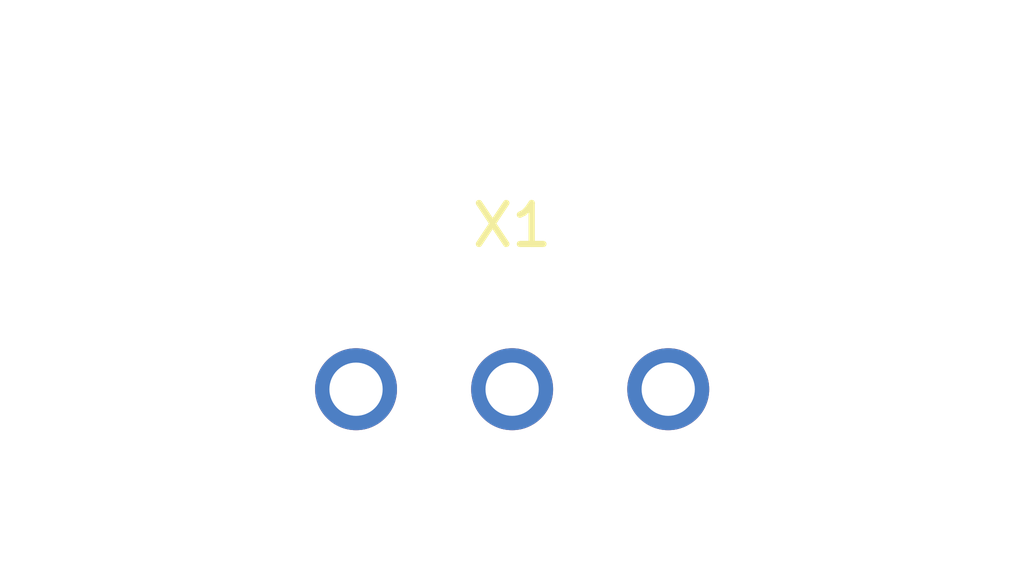
<source format=kicad_pcb>
(kicad_pcb (version 20241229) (generator "atopile") (generator_version "0.4.0-dev0")
  (layers (0 "F.Cu" signal) (31 "B.Cu" signal) (34 "B.Paste" user) (35 "F.Paste" user) (36 "B.SilkS" user "B.Silkscreen") (37 "F.SilkS" user "F.Silkscreen") (38 "B.Mask" user) (39 "F.Mask" user) (44 "Edge.Cuts" user))
  (net 0 "")
  (footprint "atopile:CONN-TH_DB2ERM-3.81-3P-GN-b98c37" (layer "F.Cu") (at 0 0 0)
    (property "Reference" "X1" (at 0 -4 0) (layer "F.SilkS") (hide no))
    (property "Value" "")
    (fp_text user "${REFERENCE}" (at 0 -4 0) (layer "F.SilkS"))
    (pad "1" thru_hole circle (at -3.81 0 0) (size 2 2) (drill 1.3000228) (layers "*.Cu" "*.Mask"))
    (pad "2" thru_hole circle (at 0 0 0) (size 2 2) (drill 1.3000228) (layers "*.Cu" "*.Mask"))
    (pad "3" thru_hole circle (at 3.81 0 0) (size 2 2) (drill 1.3000228) (layers "*.Cu" "*.Mask"))
  )
)
</source>
